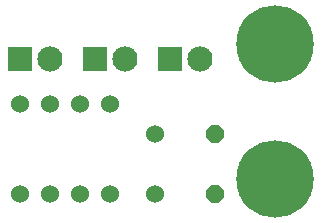
<source format=gbr>
G04 EAGLE Gerber RS-274X export*
G75*
%MOMM*%
%FSLAX34Y34*%
%LPD*%
%INSoldermask Bottom*%
%IPPOS*%
%AMOC8*
5,1,8,0,0,1.08239X$1,22.5*%
G01*
%ADD10C,1.524000*%
%ADD11P,1.649562X8X22.500000*%
%ADD12C,2.133600*%
%ADD13R,2.133600X2.133600*%
%ADD14C,6.553200*%


D10*
X139700Y76200D03*
D11*
X190500Y76200D03*
D10*
X139700Y25400D03*
D11*
X190500Y25400D03*
D12*
X114300Y139700D03*
D13*
X88900Y139700D03*
D10*
X25400Y25400D03*
X50800Y25400D03*
X50800Y101600D03*
X25400Y101600D03*
X76200Y25400D03*
X101600Y25400D03*
X76200Y101600D03*
X101600Y101600D03*
D12*
X50800Y139700D03*
D13*
X25400Y139700D03*
D12*
X177800Y139700D03*
D13*
X152400Y139700D03*
D14*
X241300Y152400D03*
X241300Y38100D03*
M02*

</source>
